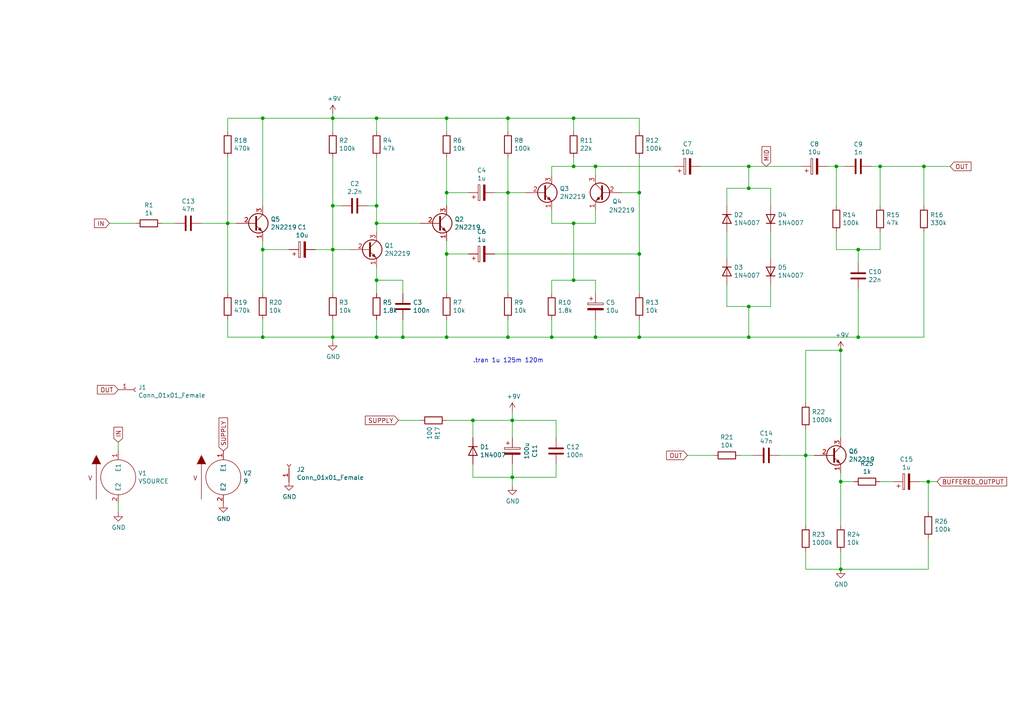
<source format=kicad_sch>
(kicad_sch (version 20211123) (generator eeschema)
  (paper "A4")
  (lib_symbols
    (symbol "Connector:Conn_01x01_Female" (pin_names (offset 1.016) hide)
      (property "Reference" "J" (at 0 2.54 0))
      (property "Value" "Conn_01x01_Female" (at 0 -2.54 0))
      (symbol "Conn_01x01_Female_1_1"
        (polyline (pts (xy -1.27 0) (xy -0.508 0)) (stroke (width 0.1524)))
        (arc (start 0 0.508) (mid -0.508 0) (end 0 -0.508) (stroke (width 0.1524)))
        (pin passive line (at -5.08 0 0) (length 3.81) (name "Pin_1") (number "1"))
      )
    )
    (symbol "Device:C" (pin_numbers hide) (pin_names (offset 0.254))
      (property "Reference" "C" (at 0.635 2.54 0))
      (property "Value" "C" (at 0.635 -2.54 0))
      (symbol "C_0_1"
        (polyline (pts (xy -2.032 -0.762) (xy 2.032 -0.762)) (stroke (width 0.508)))
        (polyline (pts (xy -2.032 0.762) (xy 2.032 0.762)) (stroke (width 0.508)))
      )
      (symbol "C_1_1"
        (pin passive line (at 0 3.81 270) (length 2.794) (name "~") (number "1"))
        (pin passive line (at 0 -3.81 90) (length 2.794) (name "~") (number "2"))
      )
    )
    (symbol "Device:CP" (pin_numbers hide) (pin_names (offset 0.254))
      (property "Reference" "C" (at 0.635 2.54 0))
      (property "Value" "CP" (at 0.635 -2.54 0))
      (symbol "CP_0_1"
        (rectangle (start -2.286 0.508) (end 2.286 1.016))
        (polyline (pts (xy -1.778 2.286) (xy -0.762 2.286)))
        (polyline (pts (xy -1.27 2.794) (xy -1.27 1.778)))
        (rectangle (start 2.286 -0.508) (end -2.286 -1.016) (fill (type outline)))
      )
      (symbol "CP_1_1"
        (pin passive line (at 0 3.81 270) (length 2.794) (name "~") (number "1"))
        (pin passive line (at 0 -3.81 90) (length 2.794) (name "~") (number "2"))
      )
    )
    (symbol "Device:R" (pin_numbers hide) (pin_names (offset 0))
      (property "Reference" "R" (at 2.032 0 90))
      (property "Value" "R" (at 0 0 90))
      (symbol "R_0_1"
        (rectangle (start -1.016 -2.54) (end 1.016 2.54) (stroke (width 0.254)))
      )
      (symbol "R_1_1"
        (pin passive line (at 0 3.81 270) (length 1.27) (name "~") (number "1"))
        (pin passive line (at 0 -3.81 90) (length 1.27) (name "~") (number "2"))
      )
    )
    (symbol "Diode:1N4007" (pin_numbers hide) (pin_names (offset 1.016) hide)
      (property "Reference" "D" (at 0 2.54 0))
      (property "Value" "1N4007" (at 0 -2.54 0))
      (symbol "1N4007_0_1"
        (polyline (pts (xy -1.27 1.27) (xy -1.27 -1.27)) (stroke (width 0.254)))
        (polyline (pts (xy 1.27 0) (xy -1.27 0)))
        (polyline (pts (xy 1.27 1.27) (xy 1.27 -1.27) (xy -1.27 0) (xy 1.27 1.27)) (stroke (width 0.254)))
      )
      (symbol "1N4007_1_1"
        (pin passive line (at -3.81 0 0) (length 2.54) (name "K") (number "1"))
        (pin passive line (at 3.81 0 180) (length 2.54) (name "A") (number "2"))
      )
    )
    (symbol "Transistor_BJT:2N2219" (pin_names (offset 0) hide)
      (property "Reference" "Q" (at 5.08 1.905 0))
      (property "Value" "2N2219" (at 5.08 0 0))
      (symbol "2N2219_0_1"
        (polyline (pts (xy 0.635 0.635) (xy 2.54 2.54)))
        (polyline (pts (xy 0.635 -0.635) (xy 2.54 -2.54) (xy 2.54 -2.54)))
        (polyline (pts (xy 0.635 1.905) (xy 0.635 -1.905) (xy 0.635 -1.905)) (stroke (width 0.508)))
        (polyline (pts (xy 1.27 -1.778) (xy 1.778 -1.27) (xy 2.286 -2.286) (xy 1.27 -1.778) (xy 1.27 -1.778)) (fill (type outline)))
        (circle (center 1.27 0) (radius 2.8194) (stroke (width 0.254)))
      )
      (symbol "2N2219_1_1"
        (pin passive line (at 2.54 -5.08 90) (length 2.54) (name "E") (number "1"))
        (pin passive line (at -5.08 0 0) (length 5.715) (name "B") (number "2"))
        (pin passive line (at 2.54 5.08 270) (length 2.54) (name "C") (number "3"))
      )
    )
    (symbol "power:+9V" (power) (pin_names (offset 0))
      (property "Value" "+9V" (at 0 3.556 0))
      (symbol "+9V_0_1"
        (polyline (pts (xy -0.762 1.27) (xy 0 2.54)))
        (polyline (pts (xy 0 0) (xy 0 2.54)))
        (polyline (pts (xy 0 2.54) (xy 0.762 1.27)))
      )
      (symbol "+9V_1_1"
        (pin power_in line (at 0 0 90) (length 0) hide (name "+9V") (number "1"))
      )
    )
    (symbol "power:GND" (power) (pin_names (offset 0))
      (property "Value" "GND" (at 0 -3.81 0))
      (symbol "GND_0_1"
        (polyline (pts (xy 0 0) (xy 0 -1.27) (xy 1.27 -1.27) (xy 0 -2.54) (xy -1.27 -1.27) (xy 0 -1.27)))
      )
      (symbol "GND_1_1"
        (pin power_in line (at 0 0 270) (length 0) hide (name "GND") (number "1"))
      )
    )
    (symbol "pspice:VSOURCE" (pin_names (offset 1.016))
      (property "Reference" "V" (at -6.35 7.62 0))
      (property "Value" "VSOURCE" (at 0 0 0))
      (symbol "VSOURCE_0_1"
        (polyline (pts (xy -6.35 -6.35) (xy -6.35 3.81)) (fill (type outline)))
        (polyline (pts (xy -7.62 3.81) (xy -6.35 6.35) (xy -5.08 3.81)) (fill (type outline)))
        (circle (center 0 0) (radius 5.08))
        (text "V" (at -8.128 -0.254 0) (effects (font (size 1.27 1.27))))
      )
      (symbol "VSOURCE_1_1"
        (pin input line (at 0 7.62 270) (length 2.54) (name "E1") (number "1"))
        (pin input line (at 0 -7.62 90) (length 2.54) (name "E2") (number "2"))
      )
    )
  )
  (junction (at 166.37 81.28))
  (junction (at 166.37 64.77))
  (junction (at 242.57 48.26))
  (junction (at 109.22 97.79))
  (junction (at 129.54 55.88))
  (junction (at 147.32 97.79))
  (junction (at 217.17 97.79))
  (junction (at 147.32 34.29))
  (junction (at 269.24 139.7))
  (junction (at 147.32 55.88))
  (junction (at 185.42 97.79))
  (junction (at 217.17 48.26))
  (junction (at 172.72 48.26))
  (junction (at 76.2 34.29))
  (junction (at 243.84 139.7))
  (junction (at 66.04 64.77))
  (junction (at 96.52 34.29))
  (junction (at 243.84 101.6))
  (junction (at 76.2 97.79))
  (junction (at 185.42 55.88))
  (junction (at 185.42 73.66))
  (junction (at 96.52 97.79))
  (junction (at 217.17 54.61))
  (junction (at 129.54 97.79))
  (junction (at 166.37 48.26))
  (junction (at 233.68 132.08))
  (junction (at 109.22 81.28))
  (junction (at 217.17 88.9))
  (junction (at 96.52 59.69))
  (junction (at 109.22 34.29))
  (junction (at 129.54 34.29))
  (junction (at 267.97 48.26))
  (junction (at 248.92 97.79))
  (junction (at 255.27 48.26))
  (junction (at 148.59 121.92))
  (junction (at 116.84 97.79))
  (junction (at 248.92 72.39))
  (junction (at 243.84 165.1))
  (junction (at 76.2 72.39))
  (junction (at 160.02 97.79))
  (junction (at 109.22 64.77))
  (junction (at 166.37 34.29))
  (junction (at 172.72 97.79))
  (junction (at 96.52 72.39))
  (junction (at 148.59 138.43))
  (junction (at 129.54 73.66))
  (junction (at 137.16 121.92))
  (junction (at 109.22 59.69))
  (wire (pts (xy 152.4 55.88) (xy 147.32 55.88)))
  (wire (pts (xy 76.2 72.39) (xy 76.2 85.09)))
  (wire (pts (xy 91.44 72.39) (xy 96.52 72.39)))
  (wire (pts (xy 137.16 134.62) (xy 137.16 138.43)))
  (wire (pts (xy 166.37 38.1) (xy 166.37 34.29)))
  (wire (pts (xy 210.82 88.9) (xy 210.82 82.55)))
  (wire (pts (xy 243.84 139.7) (xy 247.65 139.7)))
  (wire (pts (xy 248.92 76.2) (xy 248.92 72.39)))
  (wire (pts (xy 129.54 45.72) (xy 129.54 55.88)))
  (wire (pts (xy 109.22 81.28) (xy 109.22 77.47)))
  (wire (pts (xy 148.59 119.38) (xy 148.59 121.92)))
  (wire (pts (xy 166.37 45.72) (xy 166.37 48.26)))
  (wire (pts (xy 223.52 82.55) (xy 223.52 88.9)))
  (wire (pts (xy 233.68 132.08) (xy 236.22 132.08)))
  (wire (pts (xy 185.42 34.29) (xy 166.37 34.29)))
  (wire (pts (xy 109.22 85.09) (xy 109.22 81.28)))
  (wire (pts (xy 76.2 69.85) (xy 76.2 72.39)))
  (wire (pts (xy 115.57 121.92) (xy 121.92 121.92)))
  (wire (pts (xy 76.2 92.71) (xy 76.2 97.79)))
  (wire (pts (xy 248.92 83.82) (xy 248.92 97.79)))
  (wire (pts (xy 129.54 73.66) (xy 129.54 85.09)))
  (wire (pts (xy 185.42 55.88) (xy 185.42 45.72)))
  (wire (pts (xy 166.37 34.29) (xy 147.32 34.29)))
  (wire (pts (xy 99.06 59.69) (xy 96.52 59.69)))
  (wire (pts (xy 185.42 97.79) (xy 217.17 97.79)))
  (wire (pts (xy 160.02 97.79) (xy 147.32 97.79)))
  (wire (pts (xy 116.84 92.71) (xy 116.84 97.79)))
  (wire (pts (xy 185.42 92.71) (xy 185.42 97.79)))
  (wire (pts (xy 185.42 38.1) (xy 185.42 34.29)))
  (wire (pts (xy 226.06 132.08) (xy 233.68 132.08)))
  (wire (pts (xy 161.29 127) (xy 161.29 121.92)))
  (wire (pts (xy 185.42 97.79) (xy 172.72 97.79)))
  (wire (pts (xy 109.22 34.29) (xy 109.22 38.1)))
  (wire (pts (xy 96.52 45.72) (xy 96.52 59.69)))
  (wire (pts (xy 135.89 55.88) (xy 129.54 55.88)))
  (wire (pts (xy 180.34 55.88) (xy 185.42 55.88)))
  (wire (pts (xy 269.24 139.7) (xy 269.24 148.59)))
  (wire (pts (xy 223.52 67.31) (xy 223.52 74.93)))
  (wire (pts (xy 160.02 48.26) (xy 160.02 50.8)))
  (wire (pts (xy 66.04 45.72) (xy 66.04 64.77)))
  (wire (pts (xy 66.04 97.79) (xy 76.2 97.79)))
  (wire (pts (xy 172.72 48.26) (xy 195.58 48.26)))
  (wire (pts (xy 129.54 92.71) (xy 129.54 97.79)))
  (wire (pts (xy 214.63 132.08) (xy 218.44 132.08)))
  (wire (pts (xy 203.2 48.26) (xy 217.17 48.26)))
  (wire (pts (xy 233.68 132.08) (xy 233.68 152.4)))
  (wire (pts (xy 96.52 59.69) (xy 96.52 72.39)))
  (wire (pts (xy 58.42 64.77) (xy 66.04 64.77)))
  (wire (pts (xy 166.37 81.28) (xy 172.72 81.28)))
  (wire (pts (xy 66.04 34.29) (xy 66.04 38.1)))
  (wire (pts (xy 116.84 81.28) (xy 109.22 81.28)))
  (wire (pts (xy 233.68 101.6) (xy 233.68 116.84)))
  (wire (pts (xy 232.41 48.26) (xy 217.17 48.26)))
  (wire (pts (xy 160.02 92.71) (xy 160.02 97.79)))
  (wire (pts (xy 233.68 124.46) (xy 233.68 132.08)))
  (wire (pts (xy 243.84 165.1) (xy 269.24 165.1)))
  (wire (pts (xy 160.02 60.96) (xy 160.02 64.77)))
  (wire (pts (xy 172.72 92.71) (xy 172.72 97.79)))
  (wire (pts (xy 172.72 81.28) (xy 172.72 85.09)))
  (wire (pts (xy 147.32 55.88) (xy 147.32 85.09)))
  (wire (pts (xy 66.04 64.77) (xy 68.58 64.77)))
  (wire (pts (xy 166.37 48.26) (xy 172.72 48.26)))
  (wire (pts (xy 248.92 97.79) (xy 267.97 97.79)))
  (wire (pts (xy 147.32 97.79) (xy 129.54 97.79)))
  (wire (pts (xy 76.2 59.69) (xy 76.2 34.29)))
  (wire (pts (xy 210.82 74.93) (xy 210.82 67.31)))
  (wire (pts (xy 255.27 72.39) (xy 255.27 67.31)))
  (wire (pts (xy 243.84 101.6) (xy 233.68 101.6)))
  (wire (pts (xy 161.29 121.92) (xy 148.59 121.92)))
  (wire (pts (xy 147.32 55.88) (xy 143.51 55.88)))
  (wire (pts (xy 109.22 59.69) (xy 109.22 45.72)))
  (wire (pts (xy 172.72 50.8) (xy 172.72 48.26)))
  (wire (pts (xy 147.32 34.29) (xy 129.54 34.29)))
  (wire (pts (xy 147.32 45.72) (xy 147.32 55.88)))
  (wire (pts (xy 223.52 54.61) (xy 223.52 59.69)))
  (wire (pts (xy 66.04 64.77) (xy 66.04 85.09)))
  (wire (pts (xy 217.17 88.9) (xy 210.82 88.9)))
  (wire (pts (xy 217.17 88.9) (xy 217.17 97.79)))
  (wire (pts (xy 255.27 59.69) (xy 255.27 48.26)))
  (wire (pts (xy 76.2 72.39) (xy 83.82 72.39)))
  (wire (pts (xy 109.22 64.77) (xy 121.92 64.77)))
  (wire (pts (xy 76.2 97.79) (xy 96.52 97.79)))
  (wire (pts (xy 242.57 48.26) (xy 245.11 48.26)))
  (wire (pts (xy 243.84 127) (xy 243.84 101.6)))
  (wire (pts (xy 266.7 139.7) (xy 269.24 139.7)))
  (wire (pts (xy 166.37 64.77) (xy 172.72 64.77)))
  (wire (pts (xy 161.29 138.43) (xy 148.59 138.43)))
  (wire (pts (xy 166.37 48.26) (xy 160.02 48.26)))
  (wire (pts (xy 147.32 92.71) (xy 147.32 97.79)))
  (wire (pts (xy 148.59 138.43) (xy 148.59 140.97)))
  (wire (pts (xy 217.17 48.26) (xy 217.17 54.61)))
  (wire (pts (xy 172.72 97.79) (xy 160.02 97.79)))
  (wire (pts (xy 106.68 59.69) (xy 109.22 59.69)))
  (wire (pts (xy 210.82 54.61) (xy 217.17 54.61)))
  (wire (pts (xy 137.16 127) (xy 137.16 121.92)))
  (wire (pts (xy 267.97 48.26) (xy 275.59 48.26)))
  (wire (pts (xy 109.22 64.77) (xy 109.22 67.31)))
  (wire (pts (xy 96.52 34.29) (xy 76.2 34.29)))
  (wire (pts (xy 129.54 55.88) (xy 129.54 59.69)))
  (wire (pts (xy 243.84 137.16) (xy 243.84 139.7)))
  (wire (pts (xy 207.01 132.08) (xy 199.39 132.08)))
  (wire (pts (xy 116.84 97.79) (xy 109.22 97.79)))
  (wire (pts (xy 129.54 69.85) (xy 129.54 73.66)))
  (wire (pts (xy 267.97 67.31) (xy 267.97 97.79)))
  (wire (pts (xy 166.37 81.28) (xy 160.02 81.28)))
  (wire (pts (xy 148.59 134.62) (xy 148.59 138.43)))
  (wire (pts (xy 116.84 85.09) (xy 116.84 81.28)))
  (wire (pts (xy 147.32 38.1) (xy 147.32 34.29)))
  (wire (pts (xy 143.51 73.66) (xy 185.42 73.66)))
  (wire (pts (xy 137.16 121.92) (xy 129.54 121.92)))
  (wire (pts (xy 210.82 59.69) (xy 210.82 54.61)))
  (wire (pts (xy 129.54 97.79) (xy 116.84 97.79)))
  (wire (pts (xy 166.37 64.77) (xy 166.37 81.28)))
  (wire (pts (xy 148.59 127) (xy 148.59 121.92)))
  (wire (pts (xy 66.04 92.71) (xy 66.04 97.79)))
  (wire (pts (xy 233.68 160.02) (xy 233.68 165.1)))
  (wire (pts (xy 96.52 97.79) (xy 96.52 99.06)))
  (wire (pts (xy 267.97 48.26) (xy 267.97 59.69)))
  (wire (pts (xy 185.42 73.66) (xy 185.42 85.09)))
  (wire (pts (xy 109.22 34.29) (xy 129.54 34.29)))
  (wire (pts (xy 233.68 165.1) (xy 243.84 165.1)))
  (wire (pts (xy 217.17 97.79) (xy 248.92 97.79)))
  (wire (pts (xy 96.52 72.39) (xy 96.52 85.09)))
  (wire (pts (xy 255.27 48.26) (xy 267.97 48.26)))
  (wire (pts (xy 242.57 48.26) (xy 242.57 59.69)))
  (wire (pts (xy 109.22 59.69) (xy 109.22 64.77)))
  (wire (pts (xy 46.99 64.77) (xy 50.8 64.77)))
  (wire (pts (xy 242.57 67.31) (xy 242.57 72.39)))
  (wire (pts (xy 96.52 34.29) (xy 109.22 34.29)))
  (wire (pts (xy 255.27 139.7) (xy 259.08 139.7)))
  (wire (pts (xy 160.02 81.28) (xy 160.02 85.09)))
  (wire (pts (xy 172.72 64.77) (xy 172.72 60.96)))
  (wire (pts (xy 255.27 48.26) (xy 252.73 48.26)))
  (wire (pts (xy 137.16 138.43) (xy 148.59 138.43)))
  (wire (pts (xy 160.02 64.77) (xy 166.37 64.77)))
  (wire (pts (xy 269.24 156.21) (xy 269.24 165.1)))
  (wire (pts (xy 240.03 48.26) (xy 242.57 48.26)))
  (wire (pts (xy 76.2 34.29) (xy 66.04 34.29)))
  (wire (pts (xy 34.29 128.27) (xy 34.29 130.81)))
  (wire (pts (xy 129.54 73.66) (xy 135.89 73.66)))
  (wire (pts (xy 223.52 88.9) (xy 217.17 88.9)))
  (wire (pts (xy 109.22 97.79) (xy 109.22 92.71)))
  (wire (pts (xy 96.52 92.71) (xy 96.52 97.79)))
  (wire (pts (xy 243.84 160.02) (xy 243.84 165.1)))
  (wire (pts (xy 96.52 72.39) (xy 101.6 72.39)))
  (wire (pts (xy 34.29 146.05) (xy 34.29 148.59)))
  (wire (pts (xy 96.52 38.1) (xy 96.52 34.29)))
  (wire (pts (xy 39.37 64.77) (xy 31.75 64.77)))
  (wire (pts (xy 269.24 139.7) (xy 271.78 139.7)))
  (wire (pts (xy 243.84 139.7) (xy 243.84 152.4)))
  (wire (pts (xy 96.52 97.79) (xy 109.22 97.79)))
  (wire (pts (xy 148.59 121.92) (xy 137.16 121.92)))
  (wire (pts (xy 217.17 54.61) (xy 223.52 54.61)))
  (wire (pts (xy 161.29 134.62) (xy 161.29 138.43)))
  (wire (pts (xy 96.52 33.02) (xy 96.52 34.29)))
  (wire (pts (xy 248.92 72.39) (xy 255.27 72.39)))
  (wire (pts (xy 242.57 72.39) (xy 248.92 72.39)))
  (wire (pts (xy 185.42 73.66) (xy 185.42 55.88)))
  (wire (pts (xy 129.54 34.29) (xy 129.54 38.1)))
  (text ".tran 1u 125m 120m" (at 137.16 105.41 0) (effects (font (size 1.27 1.27)) (justify left bottom)))
  (global_label "OUT" (shape input) (at 199.39 132.08 180) (property "Intersheet References" "${INTERSHEET_REFS}" (effects hide)))
  (global_label "BUFFERED_OUTPUT" (shape input) (at 271.78 139.7 0) (property "Intersheet References" "${INTERSHEET_REFS}" (effects hide)))
  (global_label "IN" (shape input) (at 31.75 64.77 180) (property "Intersheet References" "${INTERSHEET_REFS}" (effects hide)))
  (global_label "MID" (shape input) (at 222.25 48.26 90) (property "Intersheet References" "${INTERSHEET_REFS}" (effects hide)))
  (global_label "OUT" (shape input) (at 34.29 113.03 180) (property "Intersheet References" "${INTERSHEET_REFS}" (effects hide)))
  (global_label "SUPPLY" (shape input) (at 115.57 121.92 180) (property "Intersheet References" "${INTERSHEET_REFS}" (effects hide)))
  (global_label "IN" (shape input) (at 34.29 128.27 90) (property "Intersheet References" "${INTERSHEET_REFS}" (effects hide)))
  (global_label "SUPPLY" (shape input) (at 64.77 130.81 90) (property "Intersheet References" "${INTERSHEET_REFS}" (effects hide)))
  (global_label "OUT" (shape input) (at 275.59 48.26 0) (property "Intersheet References" "${INTERSHEET_REFS}" (effects hide)))
  (symbol (lib_id "Transistor_BJT:2N2219") (at 106.68 72.39 0) (unit 1)
    (property "Reference" "Q1" (at 111.506 71.2216 0) (effects (justify left)))
    (property "Value" "2N2219" (at 111.506 73.533 0) (effects (justify left)))
    (property "Footprint" "Package_TO_SOT_THT:TO-92_Inline_Wide" (effects hide))
    (property "Datasheet" "http://www.onsemi.com/pub_link/Collateral/2N2219-D.PDF" (effects hide))
    (property "Spice_Primitive" "Q" (effects hide))
    (property "Spice_Model" "selected" (effects hide))
    (property "Spice_Netlist_Enabled" "Y" (effects hide))
    (property "Spice_Lib_File" "alternatives.lib" (effects hide))
    (property "Spice_Node_Sequence" "3 2 1" (effects hide))
  )
  (symbol (lib_id "Device:R") (at 43.18 64.77 270) (unit 1)
    (property "Reference" "R1" (at 43.18 59.5122 90))
    (property "Value" "1k" (at 43.18 61.8236 90))
    (property "Footprint" "Resistor_SMD:R_0805_2012Metric_Pad1.20x1.40mm_HandSolder" (effects hide))
  )
  (symbol (lib_id "Device:R") (at 96.52 41.91 180) (unit 1)
    (property "Reference" "R2" (at 98.298 40.7416 0) (effects (justify right)))
    (property "Value" "100k" (at 98.298 43.053 0) (effects (justify right)))
    (property "Footprint" "Resistor_SMD:R_0805_2012Metric_Pad1.20x1.40mm_HandSolder" (effects hide))
  )
  (symbol (lib_id "Device:R") (at 109.22 41.91 180) (unit 1)
    (property "Reference" "R4" (at 110.998 40.7416 0) (effects (justify right)))
    (property "Value" "47k" (at 110.998 43.053 0) (effects (justify right)))
    (property "Footprint" "Resistor_SMD:R_0805_2012Metric_Pad1.20x1.40mm_HandSolder" (effects hide))
  )
  (symbol (lib_id "Device:R") (at 109.22 88.9 180) (unit 1)
    (property "Reference" "R5" (at 110.998 87.7316 0) (effects (justify right)))
    (property "Value" "1.8k" (at 110.998 90.043 0) (effects (justify right)))
    (property "Footprint" "Resistor_SMD:R_0805_2012Metric_Pad1.20x1.40mm_HandSolder" (effects hide))
  )
  (symbol (lib_id "Device:R") (at 96.52 88.9 180) (unit 1)
    (property "Reference" "R3" (at 98.298 87.7316 0) (effects (justify right)))
    (property "Value" "10k" (at 98.298 90.043 0) (effects (justify right)))
    (property "Footprint" "Resistor_SMD:R_0805_2012Metric_Pad1.20x1.40mm_HandSolder" (effects hide))
  )
  (symbol (lib_id "Device:C") (at 102.87 59.69 270) (unit 1)
    (property "Reference" "C2" (at 102.87 53.2892 90))
    (property "Value" "2.2n" (at 102.87 55.6006 90))
    (property "Footprint" "Capacitor_SMD:C_1210_3225Metric_Pad1.33x2.70mm_HandSolder" (effects hide))
  )
  (symbol (lib_id "Device:C") (at 116.84 88.9 180) (unit 1)
    (property "Reference" "C3" (at 119.761 87.7316 0) (effects (justify right)))
    (property "Value" "100n" (at 119.761 90.043 0) (effects (justify right)))
    (property "Footprint" "Capacitor_SMD:C_1210_3225Metric_Pad1.33x2.70mm_HandSolder" (effects hide))
  )
  (symbol (lib_id "Device:CP") (at 87.63 72.39 90) (unit 1)
    (property "Reference" "C1" (at 87.63 65.913 90))
    (property "Value" "10u" (at 87.63 68.2244 90))
    (property "Footprint" "Capacitor_THT:CP_Radial_D5.0mm_P2.00mm" (effects hide))
  )
  (symbol (lib_id "power:GND") (at 96.52 99.06 0) (unit 1)
    (property "Reference" "#PWR02" (effects hide))
    (property "Value" "GND" (at 96.647 103.4542 0))
  )
  (symbol (lib_id "power:+9V") (at 96.52 33.02 0) (unit 1)
    (property "Reference" "#PWR01" (effects hide))
    (property "Value" "+9V" (at 96.901 28.6258 0))
  )
  (symbol (lib_id "pspice:VSOURCE") (at 34.29 138.43 0) (unit 1)
    (property "Reference" "V1" (at 40.0812 137.2616 0) (effects (justify left)))
    (property "Value" "VSOURCE" (at 40.0812 139.573 0) (effects (justify left)))
    (property "Footprint" "Connector_PinHeader_2.54mm:PinHeader_1x01_P2.54mm_Vertical" (effects hide))
    (property "Spice_Primitive" "V" (effects hide))
    (property "Spice_Netlist_Enabled" "Y" (effects hide))
    (property "Spice_Model" "ac 50m sin(0 50m 1000)" (effects hide))
  )
  (symbol (lib_id "power:GND") (at 34.29 148.59 0) (unit 1)
    (property "Reference" "#PWR03" (effects hide))
    (property "Value" "GND" (at 34.417 152.9842 0))
  )
  (symbol (lib_id "pspice:VSOURCE") (at 64.77 138.43 0) (unit 1)
    (property "Reference" "V2" (at 70.5612 137.2616 0) (effects (justify left)))
    (property "Value" "VSOURCE" (at 70.5612 139.573 0) (effects (justify left)))
    (property "Footprint" "Connector_PinHeader_2.54mm:PinHeader_1x01_P2.54mm_Vertical" (effects hide))
    (property "Spice_Primitive" "V" (effects hide))
    (property "Spice_Model" "dc 9" (effects hide))
    (property "Spice_Netlist_Enabled" "Y" (effects hide))
  )
  (symbol (lib_id "power:GND") (at 64.77 146.05 0) (unit 1)
    (property "Reference" "#PWR05" (effects hide))
    (property "Value" "GND" (at 64.897 150.4442 0))
  )
  (symbol (lib_id "power:+9V") (at 148.59 119.38 0) (unit 1)
    (property "Reference" "#PWR04" (effects hide))
    (property "Value" "+9V" (at 148.971 114.9858 0))
  )
  (symbol (lib_id "Transistor_BJT:2N2219") (at 127 64.77 0) (unit 1)
    (property "Reference" "Q2" (at 131.826 63.6016 0) (effects (justify left)))
    (property "Value" "2N2219" (at 131.826 65.913 0) (effects (justify left)))
    (property "Footprint" "Package_TO_SOT_THT:TO-92_Inline_Wide" (effects hide))
    (property "Datasheet" "http://www.onsemi.com/pub_link/Collateral/2N2219-D.PDF" (effects hide))
    (property "Spice_Primitive" "Q" (effects hide))
    (property "Spice_Model" "selected" (effects hide))
    (property "Spice_Netlist_Enabled" "Y" (effects hide))
    (property "Spice_Lib_File" "alternatives.lib" (effects hide))
    (property "Spice_Node_Sequence" "3 2 1" (effects hide))
  )
  (symbol (lib_id "Device:R") (at 129.54 88.9 180) (unit 1)
    (property "Reference" "R7" (at 131.318 87.7316 0) (effects (justify right)))
    (property "Value" "10k" (at 131.318 90.043 0) (effects (justify right)))
    (property "Footprint" "Resistor_SMD:R_0805_2012Metric_Pad1.20x1.40mm_HandSolder" (effects hide))
  )
  (symbol (lib_id "Device:R") (at 129.54 41.91 180) (unit 1)
    (property "Reference" "R6" (at 131.318 40.7416 0) (effects (justify right)))
    (property "Value" "10k" (at 131.318 43.053 0) (effects (justify right)))
    (property "Footprint" "Resistor_SMD:R_0805_2012Metric_Pad1.20x1.40mm_HandSolder" (effects hide))
  )
  (symbol (lib_id "Device:CP") (at 139.7 55.88 90) (unit 1)
    (property "Reference" "C4" (at 139.7 49.403 90))
    (property "Value" "1u" (at 139.7 51.7144 90))
    (property "Footprint" "Capacitor_THT:C_Rect_L7.0mm_W4.5mm_P5.00mm" (effects hide))
  )
  (symbol (lib_id "Device:R") (at 147.32 41.91 180) (unit 1)
    (property "Reference" "R8" (at 149.098 40.7416 0) (effects (justify right)))
    (property "Value" "100k" (at 149.098 43.053 0) (effects (justify right)))
    (property "Footprint" "Resistor_SMD:R_0805_2012Metric_Pad1.20x1.40mm_HandSolder" (effects hide))
  )
  (symbol (lib_id "Transistor_BJT:2N2219") (at 157.48 55.88 0) (unit 1)
    (property "Reference" "Q3" (at 162.306 54.7116 0) (effects (justify left)))
    (property "Value" "2N2219" (at 162.306 57.023 0) (effects (justify left)))
    (property "Footprint" "Package_TO_SOT_THT:TO-92_Inline_Wide" (effects hide))
    (property "Datasheet" "http://www.onsemi.com/pub_link/Collateral/2N2219-D.PDF" (effects hide))
    (property "Spice_Primitive" "Q" (effects hide))
    (property "Spice_Model" "selected" (effects hide))
    (property "Spice_Netlist_Enabled" "Y" (effects hide))
    (property "Spice_Lib_File" "alternatives.lib" (effects hide))
    (property "Spice_Node_Sequence" "3 2 1" (effects hide))
  )
  (symbol (lib_id "Device:R") (at 166.37 41.91 180) (unit 1)
    (property "Reference" "R11" (at 168.148 40.7416 0) (effects (justify right)))
    (property "Value" "22k" (at 168.148 43.053 0) (effects (justify right)))
    (property "Footprint" "Resistor_SMD:R_0805_2012Metric_Pad1.20x1.40mm_HandSolder" (effects hide))
  )
  (symbol (lib_id "Device:R") (at 147.32 88.9 180) (unit 1)
    (property "Reference" "R9" (at 149.098 87.7316 0) (effects (justify right)))
    (property "Value" "10k" (at 149.098 90.043 0) (effects (justify right)))
    (property "Footprint" "Resistor_SMD:R_0805_2012Metric_Pad1.20x1.40mm_HandSolder" (effects hide))
  )
  (symbol (lib_id "Device:R") (at 160.02 88.9 180) (unit 1)
    (property "Reference" "R10" (at 161.798 87.7316 0) (effects (justify right)))
    (property "Value" "1.8k" (at 161.798 90.043 0) (effects (justify right)))
    (property "Footprint" "Resistor_SMD:R_0805_2012Metric_Pad1.20x1.40mm_HandSolder" (effects hide))
  )
  (symbol (lib_id "Device:CP") (at 172.72 88.9 0) (unit 1)
    (property "Reference" "C5" (at 175.7172 87.7316 0) (effects (justify left)))
    (property "Value" "10u" (at 175.7172 90.043 0) (effects (justify left)))
    (property "Footprint" "Capacitor_THT:CP_Radial_D5.0mm_P2.00mm" (effects hide))
  )
  (symbol (lib_id "Transistor_BJT:2N2219") (at 175.26 55.88 0) (mirror y) (unit 1)
    (property "Reference" "Q4" (at 180.34 58.42 0) (effects (justify left)))
    (property "Value" "2N2219" (at 184.15 60.96 0) (effects (justify left)))
    (property "Footprint" "Package_TO_SOT_THT:TO-92_Inline_Wide" (effects hide))
    (property "Datasheet" "http://www.onsemi.com/pub_link/Collateral/2N2219-D.PDF" (effects hide))
    (property "Spice_Primitive" "Q" (effects hide))
    (property "Spice_Model" "selected" (effects hide))
    (property "Spice_Netlist_Enabled" "Y" (effects hide))
    (property "Spice_Lib_File" "alternatives.lib" (effects hide))
    (property "Spice_Node_Sequence" "3 2 1" (effects hide))
  )
  (symbol (lib_id "Device:R") (at 185.42 41.91 180) (unit 1)
    (property "Reference" "R12" (at 187.198 40.7416 0) (effects (justify right)))
    (property "Value" "100k" (at 187.198 43.053 0) (effects (justify right)))
    (property "Footprint" "Resistor_THT:R_Axial_DIN0207_L6.3mm_D2.5mm_P15.24mm_Horizontal" (effects hide))
  )
  (symbol (lib_id "Device:R") (at 185.42 88.9 180) (unit 1)
    (property "Reference" "R13" (at 187.198 87.7316 0) (effects (justify right)))
    (property "Value" "10k" (at 187.198 90.043 0) (effects (justify right)))
    (property "Footprint" "Resistor_SMD:R_0805_2012Metric_Pad1.20x1.40mm_HandSolder" (effects hide))
  )
  (symbol (lib_id "Device:CP") (at 139.7 73.66 90) (unit 1)
    (property "Reference" "C6" (at 139.7 67.183 90))
    (property "Value" "1u" (at 139.7 69.4944 90))
    (property "Footprint" "Capacitor_THT:C_Rect_L7.0mm_W4.5mm_P5.00mm" (effects hide))
  )
  (symbol (lib_id "Device:CP") (at 199.39 48.26 90) (unit 1)
    (property "Reference" "C7" (at 199.39 41.783 90))
    (property "Value" "10u" (at 199.39 44.0944 90))
    (property "Footprint" "Capacitor_THT:CP_Radial_D5.0mm_P2.00mm" (effects hide))
  )
  (symbol (lib_id "Device:R") (at 242.57 63.5 180) (unit 1)
    (property "Reference" "R14" (at 244.348 62.3316 0) (effects (justify right)))
    (property "Value" "100k" (at 244.348 64.643 0) (effects (justify right)))
    (property "Footprint" "Resistor_SMD:R_0805_2012Metric_Pad1.20x1.40mm_HandSolder" (effects hide))
  )
  (symbol (lib_id "Device:CP") (at 236.22 48.26 90) (unit 1)
    (property "Reference" "C8" (at 236.22 41.783 90))
    (property "Value" "10u" (at 236.22 44.0944 90))
    (property "Footprint" "Capacitor_THT:CP_Radial_D5.0mm_P2.00mm" (effects hide))
  )
  (symbol (lib_id "Device:C") (at 248.92 48.26 270) (unit 1)
    (property "Reference" "C9" (at 248.92 41.8592 90))
    (property "Value" "1n" (at 248.92 44.1706 90))
    (property "Footprint" "Capacitor_SMD:C_1210_3225Metric_Pad1.33x2.70mm_HandSolder" (effects hide))
  )
  (symbol (lib_id "Device:R") (at 255.27 63.5 180) (unit 1)
    (property "Reference" "R15" (at 257.048 62.3316 0) (effects (justify right)))
    (property "Value" "47k" (at 257.048 64.643 0) (effects (justify right)))
    (property "Footprint" "Resistor_SMD:R_0805_2012Metric_Pad1.20x1.40mm_HandSolder" (effects hide))
  )
  (symbol (lib_id "Device:C") (at 248.92 80.01 180) (unit 1)
    (property "Reference" "C10" (at 251.841 78.8416 0) (effects (justify right)))
    (property "Value" "22n" (at 251.841 81.153 0) (effects (justify right)))
    (property "Footprint" "Capacitor_SMD:C_1210_3225Metric_Pad1.33x2.70mm_HandSolder" (effects hide))
  )
  (symbol (lib_id "Device:R") (at 267.97 63.5 180) (unit 1)
    (property "Reference" "R16" (at 269.748 62.3316 0) (effects (justify right)))
    (property "Value" "330k" (at 269.748 64.643 0) (effects (justify right)))
    (property "Footprint" "Resistor_SMD:R_0805_2012Metric_Pad1.20x1.40mm_HandSolder" (effects hide))
  )
  (symbol (lib_id "Device:CP") (at 148.59 130.81 0) (unit 1)
    (property "Reference" "C11" (at 155.067 130.81 90))
    (property "Value" "100u" (at 152.7556 130.81 90))
    (property "Footprint" "Capacitor_THT:CP_Radial_D8.0mm_P3.50mm" (effects hide))
  )
  (symbol (lib_id "Device:R") (at 125.73 121.92 90) (unit 1)
    (property "Reference" "R17" (at 126.8984 123.698 0) (effects (justify right)))
    (property "Value" "100" (at 124.587 123.698 0) (effects (justify right)))
    (property "Footprint" "Resistor_SMD:R_0805_2012Metric_Pad1.20x1.40mm_HandSolder" (effects hide))
  )
  (symbol (lib_id "power:GND") (at 148.59 140.97 0) (unit 1)
    (property "Reference" "#PWR06" (effects hide))
    (property "Value" "GND" (at 148.717 145.3642 0))
  )
  (symbol (lib_id "Device:C") (at 161.29 130.81 180) (unit 1)
    (property "Reference" "C12" (at 164.211 129.6416 0) (effects (justify right)))
    (property "Value" "100n" (at 164.211 131.953 0) (effects (justify right)))
    (property "Footprint" "Capacitor_SMD:C_1210_3225Metric_Pad1.33x2.70mm_HandSolder" (effects hide))
  )
  (symbol (lib_id "Connector:Conn_01x01_Female") (at 39.37 113.03 0) (unit 1)
    (property "Reference" "J1" (at 40.0812 112.3696 0) (effects (justify left)))
    (property "Value" "Conn_01x01_Female" (at 40.0812 114.681 0) (effects (justify left)))
    (property "Footprint" "Connector_PinHeader_2.54mm:PinHeader_1x01_P2.54mm_Vertical" (effects hide))
  )
  (symbol (lib_id "Connector:Conn_01x01_Female") (at 83.82 134.62 90) (unit 1)
    (property "Reference" "J2" (at 86.0552 136.1948 90) (effects (justify right)))
    (property "Value" "Conn_01x01_Female" (at 86.0552 138.5062 90) (effects (justify right)))
    (property "Footprint" "Connector_PinHeader_2.54mm:PinHeader_1x01_P2.54mm_Vertical" (effects hide))
  )
  (symbol (lib_id "power:GND") (at 83.82 139.7 0) (unit 1)
    (property "Reference" "#PWR07" (effects hide))
    (property "Value" "GND" (at 83.947 144.0942 0))
  )
  (symbol (lib_id "Diode:1N4007") (at 137.16 130.81 270) (unit 1)
    (property "Reference" "D1" (at 139.192 129.6416 90) (effects (justify left)))
    (property "Value" "1N4007" (at 139.192 131.953 90) (effects (justify left)))
    (property "Footprint" "Diode_THT:D_DO-41_SOD81_P10.16mm_Horizontal" (effects hide))
    (property "Datasheet" "http://www.vishay.com/docs/88503/1n4001.pdf" (effects hide))
    (property "Spice_Primitive" "D" (effects hide))
    (property "Spice_Model" "D1n4007" (effects hide))
    (property "Spice_Netlist_Enabled" "Y" (effects hide))
    (property "Spice_Lib_File" "1N4007.REV0.LIB" (effects hide))
    (property "Spice_Node_Sequence" "2 1" (effects hide))
  )
  (symbol (lib_id "Diode:1N4007") (at 210.82 63.5 270) (unit 1)
    (property "Reference" "D2" (at 212.852 62.3316 90) (effects (justify left)))
    (property "Value" "1N4007" (at 212.852 64.643 90) (effects (justify left)))
    (property "Footprint" "Diode_THT:D_DO-41_SOD81_P10.16mm_Horizontal" (effects hide))
    (property "Datasheet" "http://www.vishay.com/docs/88503/1n4001.pdf" (effects hide))
    (property "Spice_Primitive" "D" (effects hide))
    (property "Spice_Model" "D1n4007" (effects hide))
    (property "Spice_Netlist_Enabled" "Y" (effects hide))
    (property "Spice_Lib_File" "1N4007.REV0.LIB" (effects hide))
  )
  (symbol (lib_id "Diode:1N4007") (at 210.82 78.74 270) (unit 1)
    (property "Reference" "D3" (at 212.852 77.5716 90) (effects (justify left)))
    (property "Value" "1N4007" (at 212.852 79.883 90) (effects (justify left)))
    (property "Footprint" "Diode_THT:D_DO-41_SOD81_P10.16mm_Horizontal" (effects hide))
    (property "Datasheet" "http://www.vishay.com/docs/88503/1n4001.pdf" (effects hide))
    (property "Spice_Primitive" "D" (effects hide))
    (property "Spice_Model" "D1n4007" (effects hide))
    (property "Spice_Netlist_Enabled" "Y" (effects hide))
    (property "Spice_Lib_File" "1N4007.REV0.LIB" (effects hide))
  )
  (symbol (lib_id "Diode:1N4007") (at 223.52 63.5 90) (unit 1)
    (property "Reference" "D4" (at 225.552 62.3316 90) (effects (justify right)))
    (property "Value" "1N4007" (at 225.552 64.643 90) (effects (justify right)))
    (property "Footprint" "Diode_THT:D_DO-41_SOD81_P10.16mm_Horizontal" (effects hide))
    (property "Datasheet" "http://www.vishay.com/docs/88503/1n4001.pdf" (effects hide))
    (property "Spice_Primitive" "D" (effects hide))
    (property "Spice_Model" "D1n4007" (effects hide))
    (property "Spice_Netlist_Enabled" "Y" (effects hide))
    (property "Spice_Lib_File" "1N4007.REV0.LIB" (effects hide))
  )
  (symbol (lib_id "Diode:1N4007") (at 223.52 78.74 90) (unit 1)
    (property "Reference" "D5" (at 225.552 77.5716 90) (effects (justify right)))
    (property "Value" "1N4007" (at 225.552 79.883 90) (effects (justify right)))
    (property "Footprint" "Diode_THT:D_DO-41_SOD81_P10.16mm_Horizontal" (effects hide))
    (property "Datasheet" "http://www.vishay.com/docs/88503/1n4001.pdf" (effects hide))
    (property "Spice_Primitive" "D" (effects hide))
    (property "Spice_Model" "D1n4007" (effects hide))
    (property "Spice_Netlist_Enabled" "Y" (effects hide))
    (property "Spice_Lib_File" "1N4007.REV0.LIB" (effects hide))
  )
  (symbol (lib_id "Device:R") (at 66.04 41.91 180) (unit 1)
    (property "Reference" "R18" (at 67.818 40.7416 0) (effects (justify right)))
    (property "Value" "470k" (at 67.818 43.053 0) (effects (justify right)))
    (property "Footprint" "Resistor_SMD:R_0805_2012Metric_Pad1.20x1.40mm_HandSolder" (effects hide))
  )
  (symbol (lib_id "Device:R") (at 66.04 88.9 180) (unit 1)
    (property "Reference" "R19" (at 67.818 87.7316 0) (effects (justify right)))
    (property "Value" "470k" (at 67.818 90.043 0) (effects (justify right)))
    (property "Footprint" "Resistor_SMD:R_0805_2012Metric_Pad1.20x1.40mm_HandSolder" (effects hide))
  )
  (symbol (lib_id "Device:R") (at 76.2 88.9 180) (unit 1)
    (property "Reference" "R20" (at 77.978 87.7316 0) (effects (justify right)))
    (property "Value" "10k" (at 77.978 90.043 0) (effects (justify right)))
    (property "Footprint" "Resistor_SMD:R_0805_2012Metric_Pad1.20x1.40mm_HandSolder" (effects hide))
  )
  (symbol (lib_id "Device:C") (at 54.61 64.77 270) (unit 1)
    (property "Reference" "C13" (at 54.61 58.3692 90))
    (property "Value" "47n" (at 54.61 60.6806 90))
    (property "Footprint" "Capacitor_SMD:C_1210_3225Metric_Pad1.33x2.70mm_HandSolder" (effects hide))
  )
  (symbol (lib_id "Device:R") (at 210.82 132.08 270) (unit 1)
    (property "Reference" "R21" (at 210.82 126.8222 90))
    (property "Value" "10k" (at 210.82 129.1336 90))
    (property "Footprint" "Resistor_SMD:R_0805_2012Metric_Pad1.20x1.40mm_HandSolder" (effects hide))
  )
  (symbol (lib_id "Device:CP") (at 262.89 139.7 90) (unit 1)
    (property "Reference" "C15" (at 262.89 133.223 90))
    (property "Value" "1u" (at 262.89 135.5344 90))
    (property "Footprint" "Capacitor_THT:CP_Radial_D5.0mm_P2.00mm" (effects hide))
  )
  (symbol (lib_id "Device:R") (at 233.68 120.65 180) (unit 1)
    (property "Reference" "R22" (at 235.458 119.4816 0) (effects (justify right)))
    (property "Value" "1000k" (at 235.458 121.793 0) (effects (justify right)))
    (property "Footprint" "Resistor_SMD:R_0805_2012Metric_Pad1.20x1.40mm_HandSolder" (effects hide))
  )
  (symbol (lib_id "Device:R") (at 233.68 156.21 180) (unit 1)
    (property "Reference" "R23" (at 235.458 155.0416 0) (effects (justify right)))
    (property "Value" "1000k" (at 235.458 157.353 0) (effects (justify right)))
    (property "Footprint" "Resistor_SMD:R_0805_2012Metric_Pad1.20x1.40mm_HandSolder" (effects hide))
  )
  (symbol (lib_id "Device:R") (at 243.84 156.21 180) (unit 1)
    (property "Reference" "R24" (at 245.618 155.0416 0) (effects (justify right)))
    (property "Value" "10k" (at 245.618 157.353 0) (effects (justify right)))
    (property "Footprint" "Resistor_SMD:R_0805_2012Metric_Pad1.20x1.40mm_HandSolder" (effects hide))
  )
  (symbol (lib_id "Device:C") (at 222.25 132.08 270) (unit 1)
    (property "Reference" "C14" (at 222.25 125.6792 90))
    (property "Value" "47n" (at 222.25 127.9906 90))
    (property "Footprint" "Capacitor_SMD:C_1210_3225Metric_Pad1.33x2.70mm_HandSolder" (effects hide))
  )
  (symbol (lib_id "Device:R") (at 269.24 152.4 180) (unit 1)
    (property "Reference" "R26" (at 271.018 151.2316 0) (effects (justify right)))
    (property "Value" "100k" (at 271.018 153.543 0) (effects (justify right)))
    (property "Footprint" "Resistor_SMD:R_0805_2012Metric_Pad1.20x1.40mm_HandSolder" (effects hide))
  )
  (symbol (lib_id "Device:R") (at 251.46 139.7 270) (unit 1)
    (property "Reference" "R25" (at 251.46 134.4422 90))
    (property "Value" "1k" (at 251.46 136.7536 90))
    (property "Footprint" "Resistor_SMD:R_0805_2012Metric_Pad1.20x1.40mm_HandSolder" (effects hide))
  )
  (symbol (lib_id "power:+9V") (at 243.84 101.6 0) (unit 1)
    (property "Reference" "#PWR08" (effects hide))
    (property "Value" "+9V" (at 244.221 97.2058 0))
  )
  (symbol (lib_id "power:GND") (at 243.84 165.1 0) (unit 1)
    (property "Reference" "#PWR09" (effects hide))
    (property "Value" "GND" (at 243.967 169.4942 0))
  )
  (symbol (lib_id "Transistor_BJT:2N2219") (at 241.3 132.08 0) (unit 1)
    (property "Reference" "Q6" (at 246.126 130.9116 0) (effects (justify left)))
    (property "Value" "2N2219" (at 246.126 133.223 0) (effects (justify left)))
    (property "Footprint" "Package_TO_SOT_THT:TO-92_Inline_Wide" (effects hide))
    (property "Datasheet" "http://www.onsemi.com/pub_link/Collateral/2N2219-D.PDF" (effects hide))
    (property "Spice_Primitive" "Q" (effects hide))
    (property "Spice_Model" "selected" (effects hide))
    (property "Spice_Netlist_Enabled" "Y" (effects hide))
    (property "Spice_Lib_File" "alternatives.lib" (effects hide))
    (property "Spice_Node_Sequence" "3 2 1" (effects hide))
  )
  (symbol (lib_id "Transistor_BJT:2N2219") (at 73.66 64.77 0) (unit 1)
    (property "Reference" "Q5" (at 78.486 63.6016 0) (effects (justify left)))
    (property "Value" "2N2219" (at 78.486 65.913 0) (effects (justify left)))
    (property "Footprint" "Package_TO_SOT_THT:TO-92_Inline_Wide" (effects hide))
    (property "Datasheet" "http://www.onsemi.com/pub_link/Collateral/2N2219-D.PDF" (effects hide))
    (property "Spice_Primitive" "Q" (effects hide))
    (property "Spice_Model" "selected" (effects hide))
    (property "Spice_Netlist_Enabled" "Y" (effects hide))
    (property "Spice_Lib_File" "alternatives.lib" (effects hide))
    (property "Spice_Node_Sequence" "3 2 1" (effects hide))
  )
)
</source>
